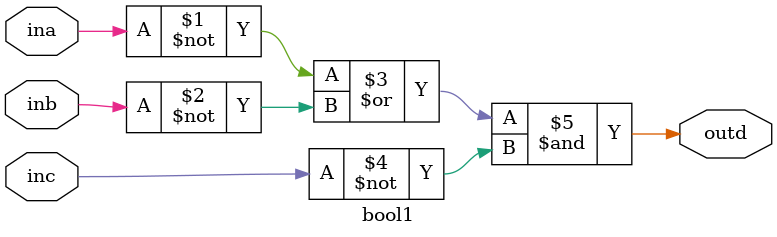
<source format=v>
`timescale 1ns / 1ps


module bool1(
    input ina, inb, inc,
    output outd
);

assign outd = ((~ina) | (~inb)) & (~inc);

endmodule
</source>
